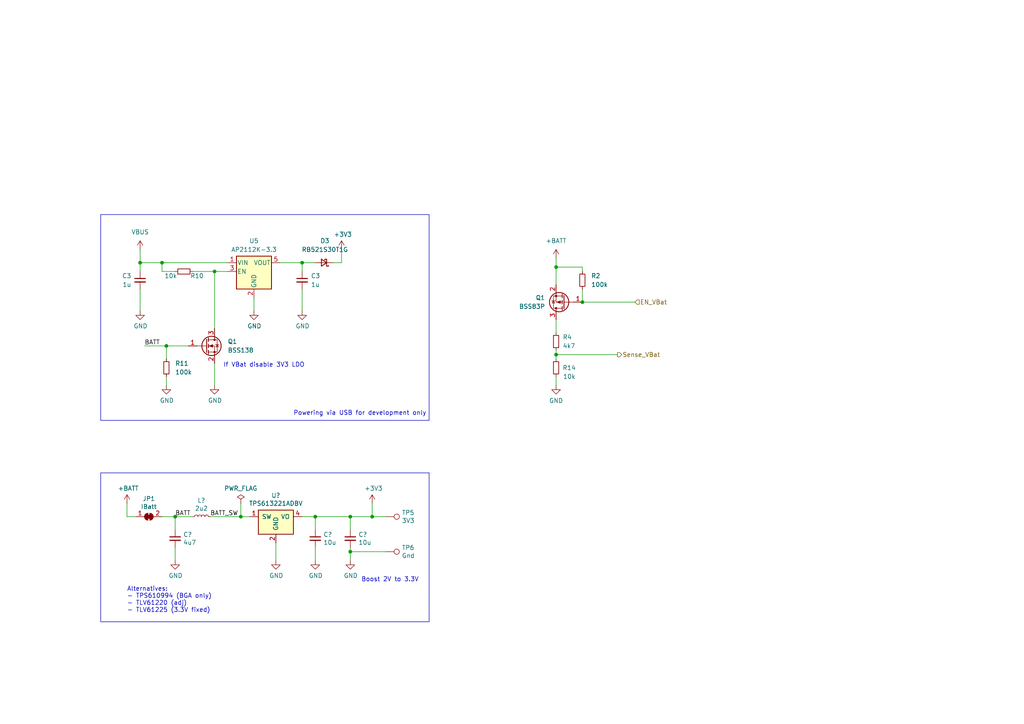
<source format=kicad_sch>
(kicad_sch (version 20230121) (generator eeschema)
  (paper "A4")
  (lib_symbols
    (symbol "Connector:TestPoint" (pin_numbers hide) (pin_names (offset 0.762) hide)
      (property "Reference" "TP" (at 0 6.858 0))
      (property "Value" "TestPoint" (at 0 5.08 0))
      (symbol "TestPoint_0_1"
        (circle (center 0 3.302) (radius 0.762))
      )
      (symbol "TestPoint_1_1"
        (pin passive line (at 0 0 90) (length 2.54) (name "1") (number "1"))
      )
    )
    (symbol "Device:C_Small" (pin_numbers hide) (pin_names (offset 0.254) hide)
      (property "Reference" "C" (at 0.254 1.778 0))
      (property "Value" "C_Small" (at 0.254 -2.032 0))
      (symbol "C_Small_0_1"
        (polyline (pts (xy -1.524 -0.508) (xy 1.524 -0.508)) (stroke (width 0.3302)))
        (polyline (pts (xy -1.524 0.508) (xy 1.524 0.508)) (stroke (width 0.3048)))
      )
      (symbol "C_Small_1_1"
        (pin passive line (at 0 2.54 270) (length 2.032) (name "~") (number "1"))
        (pin passive line (at 0 -2.54 90) (length 2.032) (name "~") (number "2"))
      )
    )
    (symbol "Device:D_Schottky_Small" (pin_numbers hide) (pin_names (offset 0.254) hide)
      (property "Reference" "D" (at -1.27 2.032 0))
      (property "Value" "D_Schottky_Small" (at -7.112 -2.032 0))
      (symbol "D_Schottky_Small_0_1"
        (polyline (pts (xy -0.762 0) (xy 0.762 0)))
        (polyline (pts (xy 0.762 -1.016) (xy -0.762 0) (xy 0.762 1.016) (xy 0.762 -1.016)) (stroke (width 0.254)))
        (polyline (pts (xy -1.27 0.762) (xy -1.27 1.016) (xy -0.762 1.016) (xy -0.762 -1.016) (xy -0.254 -1.016) (xy -0.254 -0.762)) (stroke (width 0.254)))
      )
      (symbol "D_Schottky_Small_1_1"
        (pin passive line (at -2.54 0 0) (length 1.778) (name "K") (number "1"))
        (pin passive line (at 2.54 0 180) (length 1.778) (name "A") (number "2"))
      )
    )
    (symbol "Device:L_Small" (pin_numbers hide) (pin_names (offset 0.254) hide)
      (property "Reference" "L" (at 0.762 1.016 0))
      (property "Value" "L_Small" (at 0.762 -1.016 0))
      (symbol "L_Small_0_1"
        (arc (start 0 -2.032) (mid 0.5058 -1.524) (end 0 -1.016))
        (arc (start 0 -1.016) (mid 0.5058 -0.508) (end 0 0))
        (arc (start 0 0) (mid 0.5058 0.508) (end 0 1.016))
        (arc (start 0 1.016) (mid 0.5058 1.524) (end 0 2.032))
      )
      (symbol "L_Small_1_1"
        (pin passive line (at 0 2.54 270) (length 0.508) (name "~") (number "1"))
        (pin passive line (at 0 -2.54 90) (length 0.508) (name "~") (number "2"))
      )
    )
    (symbol "Device:R_Small" (pin_numbers hide) (pin_names (offset 0.254) hide)
      (property "Reference" "R" (at 0.762 0.508 0))
      (property "Value" "R_Small" (at 0.762 -1.016 0))
      (symbol "R_Small_0_1"
        (rectangle (start -0.762 1.778) (end 0.762 -1.778) (stroke (width 0.2032)))
      )
      (symbol "R_Small_1_1"
        (pin passive line (at 0 2.54 270) (length 0.762) (name "~") (number "1"))
        (pin passive line (at 0 -2.54 90) (length 0.762) (name "~") (number "2"))
      )
    )
    (symbol "Jumper:SolderJumper_2_Bridged" (pin_names (offset 0) hide)
      (property "Reference" "JP" (at 0 2.032 0))
      (property "Value" "SolderJumper_2_Bridged" (at 0 -2.54 0))
      (symbol "SolderJumper_2_Bridged_0_1"
        (rectangle (start -0.508 0.508) (end 0.508 -0.508) (fill (type outline)))
        (arc (start -0.254 1.016) (mid -1.2656 0) (end -0.254 -1.016))
        (arc (start -0.254 1.016) (mid -1.2656 0) (end -0.254 -1.016) (fill (type outline)))
        (polyline (pts (xy -0.254 1.016) (xy -0.254 -1.016)))
        (polyline (pts (xy 0.254 1.016) (xy 0.254 -1.016)))
        (arc (start 0.254 -1.016) (mid 1.2656 0) (end 0.254 1.016))
        (arc (start 0.254 -1.016) (mid 1.2656 0) (end 0.254 1.016) (fill (type outline)))
      )
      (symbol "SolderJumper_2_Bridged_1_1"
        (pin passive line (at -3.81 0 0) (length 2.54) (name "A") (number "1"))
        (pin passive line (at 3.81 0 180) (length 2.54) (name "B") (number "2"))
      )
    )
    (symbol "Knochi_Transistors:BSS83P" (pin_names hide)
      (property "Reference" "Q" (at 5.08 1.905 0))
      (property "Value" "BSS83P" (at 5.08 0 0))
      (symbol "BSS83P_0_1"
        (polyline (pts (xy 0.254 0) (xy -2.54 0)))
        (polyline (pts (xy 0.254 1.905) (xy 0.254 -1.905)) (stroke (width 0.254)))
        (polyline (pts (xy 0.762 -1.27) (xy 0.762 -2.286)) (stroke (width 0.254)))
        (polyline (pts (xy 0.762 0.508) (xy 0.762 -0.508)) (stroke (width 0.254)))
        (polyline (pts (xy 0.762 2.286) (xy 0.762 1.27)) (stroke (width 0.254)))
        (polyline (pts (xy 2.54 2.54) (xy 2.54 1.778)))
        (polyline (pts (xy 2.54 -2.54) (xy 2.54 0) (xy 0.762 0)))
        (polyline (pts (xy 0.762 1.778) (xy 3.302 1.778) (xy 3.302 -1.778) (xy 0.762 -1.778)))
        (polyline (pts (xy 2.286 0) (xy 1.27 0.381) (xy 1.27 -0.381) (xy 2.286 0)) (fill (type outline)))
        (polyline (pts (xy 2.794 -0.508) (xy 2.921 -0.381) (xy 3.683 -0.381) (xy 3.81 -0.254)))
        (polyline (pts (xy 3.302 -0.381) (xy 2.921 0.254) (xy 3.683 0.254) (xy 3.302 -0.381)))
        (circle (center 1.651 0) (radius 2.794) (stroke (width 0.254)))
        (circle (center 2.54 -1.778) (radius 0.254) (fill (type outline)))
        (circle (center 2.54 1.778) (radius 0.254) (fill (type outline)))
      )
      (symbol "BSS83P_1_1"
        (pin input line (at -5.08 0 0) (length 2.54) (name "G") (number "1"))
        (pin passive line (at 2.54 -5.08 90) (length 2.54) (name "S") (number "2"))
        (pin passive line (at 2.54 5.08 270) (length 2.54) (name "D") (number "3"))
      )
    )
    (symbol "Regulator_Linear:AP2112K-3.3" (pin_names (offset 0.254))
      (property "Reference" "U" (at -5.08 5.715 0))
      (property "Value" "AP2112K-3.3" (at 0 5.715 0))
      (symbol "AP2112K-3.3_0_1"
        (rectangle (start -5.08 4.445) (end 5.08 -5.08) (stroke (width 0.254)) (fill (type background)))
      )
      (symbol "AP2112K-3.3_1_1"
        (pin power_in line (at -7.62 2.54 0) (length 2.54) (name "VIN") (number "1"))
        (pin power_in line (at 0 -7.62 90) (length 2.54) (name "GND") (number "2"))
        (pin input line (at -7.62 0 0) (length 2.54) (name "EN") (number "3"))
        (pin no_connect line (at 5.08 0 180) (length 2.54) hide (name "NC") (number "4"))
        (pin power_out line (at 7.62 2.54 180) (length 2.54) (name "VOUT") (number "5"))
      )
    )
    (symbol "SaniRemote-rescue:TPS613221ADBV-Knochi_Analog" (pin_names (offset 1.016))
      (property "Reference" "U" (at -4.445 -6.35 0))
      (property "Value" "Knochi_Analog_TPS613221ADBV" (at 0 4.445 0))
      (symbol "TPS613221ADBV-Knochi_Analog_0_0"
        (pin no_connect line (at -2.54 -1.27 0) (length 2.54) hide (name "NC") (number "3"))
        (pin no_connect line (at -2.54 -2.54 0) (length 2.54) hide (name "NC") (number "5"))
      )
      (symbol "TPS613221ADBV-Knochi_Analog_1_1"
        (rectangle (start -5.08 -5.08) (end 5.08 1.905) (stroke (width 0.254)) (fill (type background)))
        (pin power_in line (at -7.62 0 0) (length 2.54) (name "SW") (number "1"))
        (pin input line (at 0 -7.62 90) (length 2.54) (name "GND") (number "2"))
        (pin power_out line (at 7.62 0 180) (length 2.54) (name "VO") (number "4"))
      )
    )
    (symbol "Transistor_FET:BSS138" (pin_names hide)
      (property "Reference" "Q" (at 5.08 1.905 0))
      (property "Value" "BSS138" (at 5.08 0 0))
      (symbol "BSS138_0_1"
        (polyline (pts (xy 0.254 0) (xy -2.54 0)))
        (polyline (pts (xy 0.254 1.905) (xy 0.254 -1.905)) (stroke (width 0.254)))
        (polyline (pts (xy 0.762 -1.27) (xy 0.762 -2.286)) (stroke (width 0.254)))
        (polyline (pts (xy 0.762 0.508) (xy 0.762 -0.508)) (stroke (width 0.254)))
        (polyline (pts (xy 0.762 2.286) (xy 0.762 1.27)) (stroke (width 0.254)))
        (polyline (pts (xy 2.54 2.54) (xy 2.54 1.778)))
        (polyline (pts (xy 2.54 -2.54) (xy 2.54 0) (xy 0.762 0)))
        (polyline (pts (xy 0.762 -1.778) (xy 3.302 -1.778) (xy 3.302 1.778) (xy 0.762 1.778)))
        (polyline (pts (xy 1.016 0) (xy 2.032 0.381) (xy 2.032 -0.381) (xy 1.016 0)) (fill (type outline)))
        (polyline (pts (xy 2.794 0.508) (xy 2.921 0.381) (xy 3.683 0.381) (xy 3.81 0.254)))
        (polyline (pts (xy 3.302 0.381) (xy 2.921 -0.254) (xy 3.683 -0.254) (xy 3.302 0.381)))
        (circle (center 1.651 0) (radius 2.794) (stroke (width 0.254)))
        (circle (center 2.54 -1.778) (radius 0.254) (fill (type outline)))
        (circle (center 2.54 1.778) (radius 0.254) (fill (type outline)))
      )
      (symbol "BSS138_1_1"
        (pin input line (at -5.08 0 0) (length 2.54) (name "G") (number "1"))
        (pin passive line (at 2.54 -5.08 90) (length 2.54) (name "S") (number "2"))
        (pin passive line (at 2.54 5.08 270) (length 2.54) (name "D") (number "3"))
      )
    )
    (symbol "power:+3V3" (power) (pin_names (offset 0))
      (property "Value" "+3V3" (at 0 3.556 0))
      (symbol "+3V3_0_1"
        (polyline (pts (xy -0.762 1.27) (xy 0 2.54)))
        (polyline (pts (xy 0 0) (xy 0 2.54)))
        (polyline (pts (xy 0 2.54) (xy 0.762 1.27)))
      )
      (symbol "+3V3_1_1"
        (pin power_in line (at 0 0 90) (length 0) hide (name "+3V3") (number "1"))
      )
    )
    (symbol "power:+BATT" (power) (pin_names (offset 0))
      (property "Value" "+BATT" (at 0 3.556 0))
      (symbol "+BATT_0_1"
        (polyline (pts (xy -0.762 1.27) (xy 0 2.54)))
        (polyline (pts (xy 0 0) (xy 0 2.54)))
        (polyline (pts (xy 0 2.54) (xy 0.762 1.27)))
      )
      (symbol "+BATT_1_1"
        (pin power_in line (at 0 0 90) (length 0) hide (name "+BATT") (number "1"))
      )
    )
    (symbol "power:GND" (power) (pin_names (offset 0))
      (property "Value" "GND" (at 0 -3.81 0))
      (symbol "GND_0_1"
        (polyline (pts (xy 0 0) (xy 0 -1.27) (xy 1.27 -1.27) (xy 0 -2.54) (xy -1.27 -1.27) (xy 0 -1.27)))
      )
      (symbol "GND_1_1"
        (pin power_in line (at 0 0 270) (length 0) hide (name "GND") (number "1"))
      )
    )
    (symbol "power:PWR_FLAG" (power) (pin_numbers hide) (pin_names (offset 0) hide)
      (property "Value" "PWR_FLAG" (at 0 3.81 0))
      (symbol "PWR_FLAG_0_0"
        (pin power_out line (at 0 0 90) (length 0) (name "pwr") (number "1"))
      )
      (symbol "PWR_FLAG_0_1"
        (polyline (pts (xy 0 0) (xy 0 1.27) (xy -1.016 1.905) (xy 0 2.54) (xy 1.016 1.905) (xy 0 1.27)))
      )
    )
    (symbol "power:VBUS" (power) (pin_names (offset 0))
      (property "Value" "VBUS" (at 0 3.81 0))
      (symbol "VBUS_0_1"
        (polyline (pts (xy -0.762 1.27) (xy 0 2.54)))
        (polyline (pts (xy 0 0) (xy 0 2.54)))
        (polyline (pts (xy 0 2.54) (xy 0.762 1.27)))
      )
      (symbol "VBUS_1_1"
        (pin power_in line (at 0 0 90) (length 0) hide (name "VBUS") (number "1"))
      )
    )
  )
  (junction (at 161.29 102.87))
  (junction (at 161.29 77.47))
  (junction (at 69.85 149.86))
  (junction (at 46.99 76.2))
  (junction (at 48.26 100.33))
  (junction (at 62.23 78.74))
  (junction (at 40.64 76.2))
  (junction (at 50.8 149.86))
  (junction (at 91.44 149.86))
  (junction (at 168.91 87.63))
  (junction (at 87.63 76.2))
  (junction (at 101.6 149.86))
  (junction (at 101.6 160.02))
  (junction (at 107.95 149.86))
  (wire (pts (xy 87.63 76.2) (xy 81.28 76.2)))
  (polyline (pts (xy 124.46 137.16) (xy 124.46 180.34)))
  (wire (pts (xy 168.91 77.47) (xy 161.29 77.47)))
  (wire (pts (xy 48.26 109.22) (xy 48.26 111.76)))
  (wire (pts (xy 107.95 146.05) (xy 107.95 149.86)))
  (polyline (pts (xy 29.21 137.16) (xy 124.46 137.16)))
  (wire (pts (xy 87.63 78.74) (xy 87.63 76.2)))
  (wire (pts (xy 40.64 76.2) (xy 46.99 76.2)))
  (wire (pts (xy 99.06 72.39) (xy 99.06 76.2)))
  (wire (pts (xy 55.88 78.74) (xy 62.23 78.74)))
  (wire (pts (xy 50.8 149.86) (xy 46.99 149.86)))
  (wire (pts (xy 50.8 149.86) (xy 55.88 149.86)))
  (wire (pts (xy 36.83 149.86) (xy 39.37 149.86)))
  (wire (pts (xy 50.8 149.86) (xy 50.8 153.67)))
  (wire (pts (xy 36.83 146.05) (xy 36.83 149.86)))
  (wire (pts (xy 40.64 76.2) (xy 40.64 78.74)))
  (wire (pts (xy 161.29 92.71) (xy 161.29 96.52)))
  (wire (pts (xy 62.23 78.74) (xy 62.23 95.25)))
  (wire (pts (xy 107.95 149.86) (xy 101.6 149.86)))
  (wire (pts (xy 111.76 160.02) (xy 101.6 160.02)))
  (wire (pts (xy 168.91 83.82) (xy 168.91 87.63)))
  (wire (pts (xy 73.66 86.36) (xy 73.66 90.17)))
  (wire (pts (xy 72.39 149.86) (xy 69.85 149.86)))
  (wire (pts (xy 101.6 160.02) (xy 101.6 158.75)))
  (wire (pts (xy 80.01 162.56) (xy 80.01 157.48)))
  (wire (pts (xy 111.76 149.86) (xy 107.95 149.86)))
  (wire (pts (xy 50.8 162.56) (xy 50.8 158.75)))
  (wire (pts (xy 62.23 105.41) (xy 62.23 111.76)))
  (wire (pts (xy 161.29 74.93) (xy 161.29 77.47)))
  (wire (pts (xy 101.6 162.56) (xy 101.6 160.02)))
  (wire (pts (xy 161.29 101.6) (xy 161.29 102.87)))
  (wire (pts (xy 168.91 78.74) (xy 168.91 77.47)))
  (wire (pts (xy 62.23 78.74) (xy 66.04 78.74)))
  (wire (pts (xy 161.29 102.87) (xy 161.29 104.14)))
  (wire (pts (xy 40.64 76.2) (xy 40.64 72.39)))
  (wire (pts (xy 161.29 77.47) (xy 161.29 82.55)))
  (wire (pts (xy 46.99 78.74) (xy 46.99 76.2)))
  (wire (pts (xy 46.99 76.2) (xy 66.04 76.2)))
  (wire (pts (xy 91.44 149.86) (xy 91.44 153.67)))
  (wire (pts (xy 184.15 87.63) (xy 168.91 87.63)))
  (wire (pts (xy 48.26 100.33) (xy 48.26 104.14)))
  (polyline (pts (xy 29.21 180.34) (xy 29.21 137.16)))
  (wire (pts (xy 99.06 76.2) (xy 96.52 76.2)))
  (wire (pts (xy 40.64 83.82) (xy 40.64 90.17)))
  (wire (pts (xy 91.44 76.2) (xy 87.63 76.2)))
  (wire (pts (xy 41.91 100.33) (xy 48.26 100.33)))
  (wire (pts (xy 91.44 158.75) (xy 91.44 162.56)))
  (wire (pts (xy 91.44 149.86) (xy 101.6 149.86)))
  (wire (pts (xy 179.07 102.87) (xy 161.29 102.87)))
  (wire (pts (xy 50.8 78.74) (xy 46.99 78.74)))
  (wire (pts (xy 48.26 100.33) (xy 54.61 100.33)))
  (wire (pts (xy 69.85 149.86) (xy 60.96 149.86)))
  (wire (pts (xy 87.63 83.82) (xy 87.63 90.17)))
  (wire (pts (xy 87.63 149.86) (xy 91.44 149.86)))
  (wire (pts (xy 161.29 109.22) (xy 161.29 111.76)))
  (wire (pts (xy 69.85 146.05) (xy 69.85 149.86)))
  (polyline (pts (xy 124.46 180.34) (xy 29.21 180.34)))
  (wire (pts (xy 101.6 149.86) (xy 101.6 153.67)))
  (rectangle (start 29.21 62.23) (end 124.46 121.92))
  (text "If VBat disable 3V3 LDO" (at 64.77 106.68 0) (effects (font (size 1.27 1.27)) (justify left bottom)))
  (text "Powering via USB for development only\n" (at 85.09 120.65 0) (effects (font (size 1.27 1.27)) (justify left bottom)))
  (text "Alternatives:\n- TPS610994 (BGA only)\n- TLV61220 (adj)\n- TLV61225 (3.3V fixed)" (at 36.83 177.8 0) (effects (font (size 1.27 1.27)) (justify left bottom)))
  (text "Boost 2V to 3.3V" (at 104.775 168.91 0) (effects (font (size 1.27 1.27)) (justify left bottom)))
  (label "BATT" (at 41.91 100.33 0))
  (label "BATT_SW" (at 60.96 149.86 0))
  (label "BATT" (at 50.8 149.86 0))
  (hierarchical_label "Sense_VBat" (shape output) (at 179.07 102.87 0))
  (hierarchical_label "EN_VBat" (shape input) (at 184.15 87.63 0))
  (symbol (lib_id "power:+BATT") (at 36.83 146.05 0) (unit 1)
    (property "Reference" "#PWR?" (effects hide))
    (property "Value" "+BATT" (at 37.211 141.6558 0))
    (instances (project "SaniRemote" (path "" (reference "#PWR?") (unit 1)) (path "" (reference "#PWR020") (unit 1))) (project "gaussCheck" (path "" (reference "#PWR01") (unit 1)) (path "" (reference "#PWR01") (unit 1))))
  )
  (symbol (lib_id "Device:L_Small") (at 58.42 149.86 90) (unit 1)
    (property "Reference" "L?" (at 58.42 145.161 90))
    (property "Value" "2u2" (at 58.42 147.4724 90))
    (property "Footprint" "Knochi_Inductors:L_Murata_0806_2.00x1.60mm" (effects hide))
    (property "Datasheet" "https://psearch.en.murata.com/inductor/product/1286AS-H-2R2M_.pdf" (effects hide))
    (property "MPN" "1286AS-H-2R2M" (effects hide))
    (property "Mouser" "81-1286AS-H-2R2MP2" (effects hide))
    (instances (project "SaniRemote" (path "" (reference "L?") (unit 1)) (path "" (reference "L1") (unit 1))) (project "gaussCheck" (path "" (reference "L1") (unit 1)) (path "" (reference "L1") (unit 1))))
  )
  (symbol (lib_id "power:+3V3") (at 107.95 146.05 0) (unit 1)
    (property "Reference" "#PWR?" (effects hide))
    (property "Value" "+3V3" (at 108.331 141.6558 0))
    (instances (project "SaniRemote" (path "" (reference "#PWR?") (unit 1)) (path "" (reference "#PWR021") (unit 1))) (project "gaussCheck" (path "" (reference "#PWR02") (unit 1)) (path "" (reference "#PWR02") (unit 1))))
  )
  (symbol (lib_id "power:GND") (at 161.29 111.76 0) (mirror y) (unit 1)
    (property "Reference" "#PWR06" (effects hide))
    (property "Value" "GND" (at 161.29 116.205 0))
    (instances (project "KOLK_V4_PCB" (path "" (reference "#PWR06") (unit 1))) (project "gaussCheck" (path "" (reference "#PWR043") (unit 1))))
  )
  (symbol (lib_id "Transistor_FET:BSS138") (at 59.69 100.33 0) (unit 1)
    (property "Reference" "Q1" (at 66.04 99.06 0) (effects (justify left)))
    (property "Value" "BSS138" (at 66.04 101.6 0) (effects (justify left)))
    (property "Footprint" "Package_TO_SOT_SMD:SOT-23" (effects hide))
    (property "Datasheet" "https://www.onsemi.com/pub/Collateral/BSS138-D.PDF" (effects hide))
    (property "MPN" "BSS138" (effects hide))
  )
  (symbol (lib_id "Device:C_Small") (at 91.44 156.21 0) (unit 1)
    (property "Reference" "C?" (at 93.7768 155.0416 0) (effects (justify left)))
    (property "Value" "10u" (at 93.7768 157.353 0) (effects (justify left)))
    (property "Footprint" "Capacitor_SMD:C_0603_1608Metric" (effects hide))
    (property "MPN" "GRM188R60J106ME84D" (effects hide))
    (instances (project "SaniRemote" (path "" (reference "C?") (unit 1)) (path "" (reference "C5") (unit 1))) (project "gaussCheck" (path "" (reference "C11") (unit 1)) (path "" (reference "C2") (unit 1))))
  )
  (symbol (lib_id "Device:C_Small") (at 50.8 156.21 0) (unit 1)
    (property "Reference" "C?" (at 53.1368 155.0416 0) (effects (justify left)))
    (property "Value" "4u7" (at 53.1368 157.353 0) (effects (justify left)))
    (property "Footprint" "Capacitor_SMD:C_0603_1608Metric" (effects hide))
    (property "MPN" "C0603C475K8PACTU" (effects hide))
    (property "Reichelt" "KEM X5R0603 4,7U" (effects hide))
    (property "Mouser" "80-C0603C475K8P" (effects hide))
    (instances (project "SaniRemote" (path "" (reference "C?") (unit 1)) (path "" (reference "C5") (unit 1))) (project "gaussCheck" (path "" (reference "C1") (unit 1)) (path "" (reference "C1") (unit 1))))
  )
  (symbol (lib_id "power:VBUS") (at 40.64 72.39 0) (unit 1)
    (property "Reference" "#PWR035" (effects hide))
    (property "Value" "VBUS" (at 40.64 67.31 0))
  )
  (symbol (lib_id "Device:R_Small") (at 161.29 106.68 0) (mirror x) (unit 1)
    (property "Reference" "R14" (at 165.1 106.68 0))
    (property "Value" "10k" (at 165.1 109.22 0))
    (property "Footprint" "Resistor_SMD:R_0603_1608Metric" (effects hide))
  )
  (symbol (lib_id "Device:C_Small") (at 40.64 81.28 0) (mirror y) (unit 1)
    (property "Reference" "C3" (at 38.1 80.0163 0) (effects (justify left)))
    (property "Value" "1u" (at 38.1 82.5563 0) (effects (justify left)))
    (property "Footprint" "Capacitor_SMD:C_0603_1608Metric" (effects hide))
    (instances (project "gaussCheck" (path "" (reference "C3") (unit 1)) (path "" (reference "C15") (unit 1))))
  )
  (symbol (lib_id "power:GND") (at 87.63 90.17 0) (unit 1)
    (property "Reference" "#PWR?" (effects hide))
    (property "Value" "GND" (at 87.757 94.5642 0))
    (instances (project "SaniRemote" (path "" (reference "#PWR?") (unit 1)) (path "" (reference "#PWR027") (unit 1))) (project "gaussCheck" (path "" (reference "#PWR04") (unit 1)) (path "" (reference "#PWR038") (unit 1))))
  )
  (symbol (lib_id "Connector:TestPoint") (at 111.76 160.02 270) (unit 1)
    (property "Reference" "TP6" (at 116.5352 158.8516 90) (effects (justify left)))
    (property "Value" "Gnd" (at 116.5352 161.163 90) (effects (justify left)))
    (property "Footprint" "TestPoint:TestPoint_Pad_D1.5mm" (effects hide))
    (instances (project "SaniRemote" (path "" (reference "TP6") (unit 1))) (project "gaussCheck" (path "" (reference "TP2") (unit 1)) (path "" (reference "TP2") (unit 1))))
  )
  (symbol (lib_id "Connector:TestPoint") (at 111.76 149.86 270) (unit 1)
    (property "Reference" "TP5" (at 116.5352 148.6916 90) (effects (justify left)))
    (property "Value" "3V3" (at 116.5352 151.003 90) (effects (justify left)))
    (property "Footprint" "TestPoint:TestPoint_Pad_D1.5mm" (effects hide))
    (instances (project "SaniRemote" (path "" (reference "TP5") (unit 1))) (project "gaussCheck" (path "" (reference "TP1") (unit 1)) (path "" (reference "TP1") (unit 1))))
  )
  (symbol (lib_id "Device:D_Schottky_Small") (at 93.98 76.2 180) (unit 1)
    (property "Reference" "D3" (at 94.234 69.85 0))
    (property "Value" "RB521S30T1G" (at 94.234 72.39 0))
    (property "Footprint" "Diode_SMD:D_SOD-523" (effects hide))
    (property "Datasheet" "https://www.onsemi.com/pdf/datasheet/rb521s30t1-d.pdf" (effects hide))
    (property "Mouser" "863-RB521S30T1G" (effects hide))
    (property "MPN" "RB521S30T1G" (effects hide))
  )
  (symbol (lib_id "power:+3V3") (at 99.06 72.39 0) (unit 1)
    (property "Reference" "#PWR?" (effects hide))
    (property "Value" "+3V3" (at 99.441 67.9958 0))
    (instances (project "SaniRemote" (path "" (reference "#PWR?") (unit 1)) (path "" (reference "#PWR021") (unit 1))) (project "gaussCheck" (path "" (reference "#PWR02") (unit 1)) (path "" (reference "#PWR039") (unit 1))))
  )
  (symbol (lib_id "power:GND") (at 73.66 90.17 0) (unit 1)
    (property "Reference" "#PWR?" (effects hide))
    (property "Value" "GND" (at 73.787 94.5642 0))
    (instances (project "SaniRemote" (path "" (reference "#PWR?") (unit 1)) (path "" (reference "#PWR027") (unit 1))) (project "gaussCheck" (path "" (reference "#PWR04") (unit 1)) (path "" (reference "#PWR036") (unit 1))))
  )
  (symbol (lib_id "Device:R_Small") (at 161.29 99.06 0) (unit 1)
    (property "Reference" "R4" (at 163.195 97.79 0) (effects (justify left)))
    (property "Value" "4k7" (at 163.195 100.33 0) (effects (justify left)))
    (property "Footprint" "Resistor_SMD:R_0603_1608Metric" (effects hide))
    (instances (project "KOLK_V4_PCB" (path "" (reference "R4") (unit 1))) (project "gaussCheck" (path "" (reference "R13") (unit 1))))
  )
  (symbol (lib_id "Device:R_Small") (at 53.34 78.74 90) (mirror x) (unit 1)
    (property "Reference" "R10" (at 57.15 80.01 90))
    (property "Value" "10k" (at 49.53 80.01 90))
    (property "Footprint" "Resistor_SMD:R_0603_1608Metric" (effects hide))
  )
  (symbol (lib_id "Regulator_Linear:AP2112K-3.3") (at 73.66 78.74 0) (unit 1)
    (property "Reference" "U5" (at 73.66 69.85 0))
    (property "Value" "AP2112K-3.3" (at 73.66 72.39 0))
    (property "Footprint" "Package_TO_SOT_SMD:SOT-23-5" (effects hide))
    (property "Datasheet" "https://www.diodes.com/assets/Datasheets/AP2112.pdf" (effects hide))
    (property "MPN" "AP2112K-3.3" (effects hide))
    (instances (project "gaussCheck" (path "" (reference "U5") (unit 1)) (path "" (reference "U4") (unit 1))))
  )
  (symbol (lib_id "Device:R_Small") (at 168.91 81.28 0) (unit 1)
    (property "Reference" "R2" (at 171.45 80.01 0) (effects (justify left)))
    (property "Value" "100k" (at 171.45 82.55 0) (effects (justify left)))
    (property "Footprint" "Resistor_SMD:R_0603_1608Metric" (effects hide))
    (instances (project "KOLK_V4_PCB" (path "" (reference "R2") (unit 1))) (project "gaussCheck" (path "" (reference "R12") (unit 1))))
  )
  (symbol (lib_id "power:+BATT") (at 161.29 74.93 0) (mirror y) (unit 1)
    (property "Reference" "#PWR01" (effects hide))
    (property "Value" "+BATT" (at 161.29 69.85 0))
    (instances (project "KOLK_V4_PCB" (path "" (reference "#PWR01") (unit 1))) (project "gaussCheck" (path "" (reference "#PWR042") (unit 1))))
  )
  (symbol (lib_id "Knochi_Transistors:BSS83P") (at 163.83 87.63 180) (unit 1)
    (property "Reference" "Q1" (at 158.115 86.36 0) (effects (justify left)))
    (property "Value" "BSS83P" (at 158.115 88.9 0) (effects (justify left)))
    (property "Footprint" "Package_TO_SOT_SMD:SOT-23" (effects hide))
    (property "Datasheet" "http://www.farnell.com/datasheets/1835997.pdf" (effects hide))
    (property "MPN" "BSS83P" (effects hide))
    (instances (project "KOLK_V4_PCB" (path "" (reference "Q1") (unit 1))) (project "gaussCheck" (path "" (reference "Q2") (unit 1))))
  )
  (symbol (lib_id "Device:R_Small") (at 48.26 106.68 180) (unit 1)
    (property "Reference" "R11" (at 50.8 105.41 0) (effects (justify right)))
    (property "Value" "100k" (at 50.8 107.95 0) (effects (justify right)))
    (property "Footprint" "Resistor_SMD:R_0603_1608Metric" (effects hide))
  )
  (symbol (lib_id "SaniRemote-rescue:TPS613221ADBV-Knochi_Analog") (at 80.01 149.86 0) (unit 1)
    (property "Reference" "U?" (at 80.01 143.7132 0))
    (property "Value" "TPS613221ADBV" (at 80.01 146.0246 0))
    (property "Footprint" "Package_TO_SOT_SMD:SOT-23-5" (effects hide))
    (property "Datasheet" "http://www.ti.com/lit/ds/symlink/tps61322.pdf" (effects hide))
    (property "MPN" "TPS613221ADBV" (effects hide))
    (property "Mouser" "595-TPS613221ADBVR" (effects hide))
    (property "Reichelt" "-" (effects hide))
    (instances (project "SaniRemote" (path "" (reference "U?") (unit 1)) (path "" (reference "U3") (unit 1))) (project "gaussCheck" (path "" (reference "U4") (unit 1)) (path "" (reference "U5") (unit 1))))
  )
  (symbol (lib_id "power:GND") (at 48.26 111.76 0) (unit 1)
    (property "Reference" "#PWR?" (effects hide))
    (property "Value" "GND" (at 48.387 116.1542 0))
    (instances (project "SaniRemote" (path "" (reference "#PWR?") (unit 1)) (path "" (reference "#PWR027") (unit 1))) (project "gaussCheck" (path "" (reference "#PWR04") (unit 1)) (path "" (reference "#PWR041") (unit 1))))
  )
  (symbol (lib_id "power:GND") (at 91.44 162.56 0) (unit 1)
    (property "Reference" "#PWR?" (effects hide))
    (property "Value" "GND" (at 91.567 166.9542 0))
    (instances (project "SaniRemote" (path "" (reference "#PWR?") (unit 1)) (path "" (reference "#PWR028") (unit 1))) (project "gaussCheck" (path "" (reference "#PWR021") (unit 1)) (path "" (reference "#PWR05") (unit 1))))
  )
  (symbol (lib_id "Device:C_Small") (at 101.6 156.21 0) (unit 1)
    (property "Reference" "C?" (at 103.9368 155.0416 0) (effects (justify left)))
    (property "Value" "10u" (at 103.9368 157.353 0) (effects (justify left)))
    (property "Footprint" "Capacitor_SMD:C_0603_1608Metric" (effects hide))
    (property "MPN" "GRM188R60J106ME84D" (effects hide))
    (instances (project "SaniRemote" (path "" (reference "C?") (unit 1)) (path "" (reference "C5") (unit 1))) (project "gaussCheck" (path "" (reference "C2") (unit 1)) (path "" (reference "C11") (unit 1))))
  )
  (symbol (lib_id "Jumper:SolderJumper_2_Bridged") (at 43.18 149.86 0) (unit 1)
    (property "Reference" "JP1" (at 43.18 144.653 0))
    (property "Value" "IBatt" (at 43.18 146.9644 0))
    (property "Footprint" "Jumper:SolderJumper-2_P1.3mm_Bridged_Pad1.0x1.5mm" (effects hide))
  )
  (symbol (lib_id "Device:C_Small") (at 87.63 81.28 0) (unit 1)
    (property "Reference" "C3" (at 90.17 80.0163 0) (effects (justify left)))
    (property "Value" "1u" (at 90.17 82.5563 0) (effects (justify left)))
    (property "Footprint" "Capacitor_SMD:C_0603_1608Metric" (effects hide))
    (instances (project "gaussCheck" (path "" (reference "C3") (unit 1)) (path "" (reference "C16") (unit 1))))
  )
  (symbol (lib_id "power:GND") (at 40.64 90.17 0) (unit 1)
    (property "Reference" "#PWR?" (effects hide))
    (property "Value" "GND" (at 40.767 94.5642 0))
    (instances (project "SaniRemote" (path "" (reference "#PWR?") (unit 1)) (path "" (reference "#PWR027") (unit 1))) (project "gaussCheck" (path "" (reference "#PWR04") (unit 1)) (path "" (reference "#PWR037") (unit 1))))
  )
  (symbol (lib_id "power:GND") (at 80.01 162.56 0) (unit 1)
    (property "Reference" "#PWR?" (effects hide))
    (property "Value" "GND" (at 80.137 166.9542 0))
    (instances (project "SaniRemote" (path "" (reference "#PWR?") (unit 1)) (path "" (reference "#PWR027") (unit 1))) (project "gaussCheck" (path "" (reference "#PWR04") (unit 1)) (path "" (reference "#PWR04") (unit 1))))
  )
  (symbol (lib_id "power:GND") (at 50.8 162.56 0) (unit 1)
    (property "Reference" "#PWR?" (effects hide))
    (property "Value" "GND" (at 50.927 166.9542 0))
    (instances (project "SaniRemote" (path "" (reference "#PWR?") (unit 1)) (path "" (reference "#PWR026") (unit 1))) (project "gaussCheck" (path "" (reference "#PWR03") (unit 1)) (path "" (reference "#PWR03") (unit 1))))
  )
  (symbol (lib_id "power:GND") (at 62.23 111.76 0) (unit 1)
    (property "Reference" "#PWR?" (effects hide))
    (property "Value" "GND" (at 62.357 116.1542 0))
    (instances (project "SaniRemote" (path "" (reference "#PWR?") (unit 1)) (path "" (reference "#PWR027") (unit 1))) (project "gaussCheck" (path "" (reference "#PWR04") (unit 1)) (path "" (reference "#PWR040") (unit 1))))
  )
  (symbol (lib_id "power:PWR_FLAG") (at 69.85 146.05 0) (unit 1)
    (property "Reference" "#FLG03" (effects hide))
    (property "Value" "PWR_FLAG" (at 69.85 141.6558 0))
    (instances (project "SaniRemote" (path "" (reference "#FLG03") (unit 1))) (project "gaussCheck" (path "" (reference "#FLG01") (unit 1)) (path "" (reference "#FLG01") (unit 1))))
  )
  (symbol (lib_id "power:GND") (at 101.6 162.56 0) (unit 1)
    (property "Reference" "#PWR?" (effects hide))
    (property "Value" "GND" (at 101.727 166.9542 0))
    (instances (project "SaniRemote" (path "" (reference "#PWR?") (unit 1)) (path "" (reference "#PWR028") (unit 1))) (project "gaussCheck" (path "" (reference "#PWR05") (unit 1)) (path "" (reference "#PWR021") (unit 1))))
  )
)
</source>
